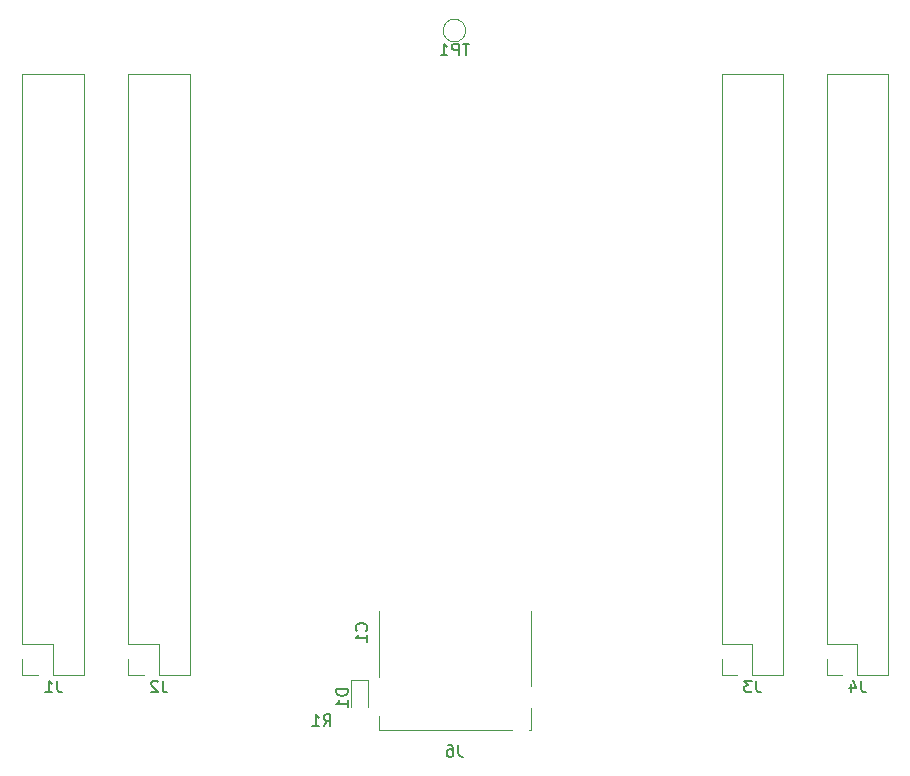
<source format=gbo>
G04 #@! TF.GenerationSoftware,KiCad,Pcbnew,5.0.0-rc3-6a2723a~65~ubuntu16.04.1*
G04 #@! TF.CreationDate,2019-04-26T01:55:19+06:00*
G04 #@! TF.ProjectId,ICE40ADP,49434534304144502E6B696361645F70,rev?*
G04 #@! TF.SameCoordinates,Original*
G04 #@! TF.FileFunction,Legend,Bot*
G04 #@! TF.FilePolarity,Positive*
%FSLAX46Y46*%
G04 Gerber Fmt 4.6, Leading zero omitted, Abs format (unit mm)*
G04 Created by KiCad (PCBNEW 5.0.0-rc3-6a2723a~65~ubuntu16.04.1) date Fri Apr 26 01:55:19 2019*
%MOMM*%
%LPD*%
G01*
G04 APERTURE LIST*
%ADD10C,0.120000*%
%ADD11C,0.150000*%
G04 APERTURE END LIST*
D10*
G04 #@! TO.C,J1*
X109770000Y-77610000D02*
X114970000Y-77610000D01*
X109770000Y-125930000D02*
X109770000Y-77610000D01*
X114970000Y-128530000D02*
X114970000Y-77610000D01*
X109770000Y-125930000D02*
X112370000Y-125930000D01*
X112370000Y-125930000D02*
X112370000Y-128530000D01*
X112370000Y-128530000D02*
X114970000Y-128530000D01*
X109770000Y-127200000D02*
X109770000Y-128530000D01*
X109770000Y-128530000D02*
X111100000Y-128530000D01*
G04 #@! TO.C,J2*
X118720000Y-128530000D02*
X120050000Y-128530000D01*
X118720000Y-127200000D02*
X118720000Y-128530000D01*
X121320000Y-128530000D02*
X123920000Y-128530000D01*
X121320000Y-125930000D02*
X121320000Y-128530000D01*
X118720000Y-125930000D02*
X121320000Y-125930000D01*
X123920000Y-128530000D02*
X123920000Y-77610000D01*
X118720000Y-125930000D02*
X118720000Y-77610000D01*
X118720000Y-77610000D02*
X123920000Y-77610000D01*
G04 #@! TO.C,J3*
X168970000Y-77610000D02*
X174170000Y-77610000D01*
X168970000Y-125930000D02*
X168970000Y-77610000D01*
X174170000Y-128530000D02*
X174170000Y-77610000D01*
X168970000Y-125930000D02*
X171570000Y-125930000D01*
X171570000Y-125930000D02*
X171570000Y-128530000D01*
X171570000Y-128530000D02*
X174170000Y-128530000D01*
X168970000Y-127200000D02*
X168970000Y-128530000D01*
X168970000Y-128530000D02*
X170300000Y-128530000D01*
G04 #@! TO.C,J4*
X177870000Y-128530000D02*
X179200000Y-128530000D01*
X177870000Y-127200000D02*
X177870000Y-128530000D01*
X180470000Y-128530000D02*
X183070000Y-128530000D01*
X180470000Y-125930000D02*
X180470000Y-128530000D01*
X177870000Y-125930000D02*
X180470000Y-125930000D01*
X183070000Y-128530000D02*
X183070000Y-77610000D01*
X177870000Y-125930000D02*
X177870000Y-77610000D01*
X177870000Y-77610000D02*
X183070000Y-77610000D01*
G04 #@! TO.C,D1*
X137565000Y-131250000D02*
X137565000Y-128965000D01*
X137565000Y-128965000D02*
X139035000Y-128965000D01*
X139035000Y-128965000D02*
X139035000Y-131250000D01*
G04 #@! TO.C,J6*
X152805001Y-129425001D02*
X152805001Y-123125001D01*
X139935001Y-128725001D02*
X139935001Y-123125001D01*
X152805001Y-133135001D02*
X152805001Y-131325001D01*
X139935001Y-133135001D02*
X151195001Y-133135001D01*
X139935001Y-131975001D02*
X139935001Y-133135001D01*
X152695001Y-133135001D02*
X152805001Y-133135001D01*
G04 #@! TO.C,TP1*
X147300000Y-73950000D02*
G75*
G03X147300000Y-73950000I-950000J0D01*
G01*
G04 #@! TO.C,J1*
D11*
X112703333Y-128982380D02*
X112703333Y-129696666D01*
X112750952Y-129839523D01*
X112846190Y-129934761D01*
X112989047Y-129982380D01*
X113084285Y-129982380D01*
X111703333Y-129982380D02*
X112274761Y-129982380D01*
X111989047Y-129982380D02*
X111989047Y-128982380D01*
X112084285Y-129125238D01*
X112179523Y-129220476D01*
X112274761Y-129268095D01*
G04 #@! TO.C,J2*
X121653333Y-128982380D02*
X121653333Y-129696666D01*
X121700952Y-129839523D01*
X121796190Y-129934761D01*
X121939047Y-129982380D01*
X122034285Y-129982380D01*
X121224761Y-129077619D02*
X121177142Y-129030000D01*
X121081904Y-128982380D01*
X120843809Y-128982380D01*
X120748571Y-129030000D01*
X120700952Y-129077619D01*
X120653333Y-129172857D01*
X120653333Y-129268095D01*
X120700952Y-129410952D01*
X121272380Y-129982380D01*
X120653333Y-129982380D01*
G04 #@! TO.C,J3*
X171903333Y-128982380D02*
X171903333Y-129696666D01*
X171950952Y-129839523D01*
X172046190Y-129934761D01*
X172189047Y-129982380D01*
X172284285Y-129982380D01*
X171522380Y-128982380D02*
X170903333Y-128982380D01*
X171236666Y-129363333D01*
X171093809Y-129363333D01*
X170998571Y-129410952D01*
X170950952Y-129458571D01*
X170903333Y-129553809D01*
X170903333Y-129791904D01*
X170950952Y-129887142D01*
X170998571Y-129934761D01*
X171093809Y-129982380D01*
X171379523Y-129982380D01*
X171474761Y-129934761D01*
X171522380Y-129887142D01*
G04 #@! TO.C,J4*
X180803333Y-128982380D02*
X180803333Y-129696666D01*
X180850952Y-129839523D01*
X180946190Y-129934761D01*
X181089047Y-129982380D01*
X181184285Y-129982380D01*
X179898571Y-129315714D02*
X179898571Y-129982380D01*
X180136666Y-128934761D02*
X180374761Y-129649047D01*
X179755714Y-129649047D01*
G04 #@! TO.C,C1*
X138882142Y-124758333D02*
X138929761Y-124710714D01*
X138977380Y-124567857D01*
X138977380Y-124472619D01*
X138929761Y-124329761D01*
X138834523Y-124234523D01*
X138739285Y-124186904D01*
X138548809Y-124139285D01*
X138405952Y-124139285D01*
X138215476Y-124186904D01*
X138120238Y-124234523D01*
X138025000Y-124329761D01*
X137977380Y-124472619D01*
X137977380Y-124567857D01*
X138025000Y-124710714D01*
X138072619Y-124758333D01*
X138977380Y-125710714D02*
X138977380Y-125139285D01*
X138977380Y-125425000D02*
X137977380Y-125425000D01*
X138120238Y-125329761D01*
X138215476Y-125234523D01*
X138263095Y-125139285D01*
G04 #@! TO.C,D1*
X137322380Y-129711904D02*
X136322380Y-129711904D01*
X136322380Y-129950000D01*
X136370000Y-130092857D01*
X136465238Y-130188095D01*
X136560476Y-130235714D01*
X136750952Y-130283333D01*
X136893809Y-130283333D01*
X137084285Y-130235714D01*
X137179523Y-130188095D01*
X137274761Y-130092857D01*
X137322380Y-129950000D01*
X137322380Y-129711904D01*
X137322380Y-131235714D02*
X137322380Y-130664285D01*
X137322380Y-130950000D02*
X136322380Y-130950000D01*
X136465238Y-130854761D01*
X136560476Y-130759523D01*
X136608095Y-130664285D01*
G04 #@! TO.C,J6*
X146678334Y-134427381D02*
X146678334Y-135141667D01*
X146725953Y-135284524D01*
X146821191Y-135379762D01*
X146964048Y-135427381D01*
X147059286Y-135427381D01*
X145773572Y-134427381D02*
X145964048Y-134427381D01*
X146059286Y-134475001D01*
X146106905Y-134522620D01*
X146202143Y-134665477D01*
X146249762Y-134855953D01*
X146249762Y-135236905D01*
X146202143Y-135332143D01*
X146154524Y-135379762D01*
X146059286Y-135427381D01*
X145868810Y-135427381D01*
X145773572Y-135379762D01*
X145725953Y-135332143D01*
X145678334Y-135236905D01*
X145678334Y-134998810D01*
X145725953Y-134903572D01*
X145773572Y-134855953D01*
X145868810Y-134808334D01*
X146059286Y-134808334D01*
X146154524Y-134855953D01*
X146202143Y-134903572D01*
X146249762Y-134998810D01*
G04 #@! TO.C,R1*
X135266666Y-132847380D02*
X135600000Y-132371190D01*
X135838095Y-132847380D02*
X135838095Y-131847380D01*
X135457142Y-131847380D01*
X135361904Y-131895000D01*
X135314285Y-131942619D01*
X135266666Y-132037857D01*
X135266666Y-132180714D01*
X135314285Y-132275952D01*
X135361904Y-132323571D01*
X135457142Y-132371190D01*
X135838095Y-132371190D01*
X134314285Y-132847380D02*
X134885714Y-132847380D01*
X134600000Y-132847380D02*
X134600000Y-131847380D01*
X134695238Y-131990238D01*
X134790476Y-132085476D01*
X134885714Y-132133095D01*
G04 #@! TO.C,TP1*
X147611904Y-75050380D02*
X147040476Y-75050380D01*
X147326190Y-76050380D02*
X147326190Y-75050380D01*
X146707142Y-76050380D02*
X146707142Y-75050380D01*
X146326190Y-75050380D01*
X146230952Y-75098000D01*
X146183333Y-75145619D01*
X146135714Y-75240857D01*
X146135714Y-75383714D01*
X146183333Y-75478952D01*
X146230952Y-75526571D01*
X146326190Y-75574190D01*
X146707142Y-75574190D01*
X145183333Y-76050380D02*
X145754761Y-76050380D01*
X145469047Y-76050380D02*
X145469047Y-75050380D01*
X145564285Y-75193238D01*
X145659523Y-75288476D01*
X145754761Y-75336095D01*
G04 #@! TD*
M02*

</source>
